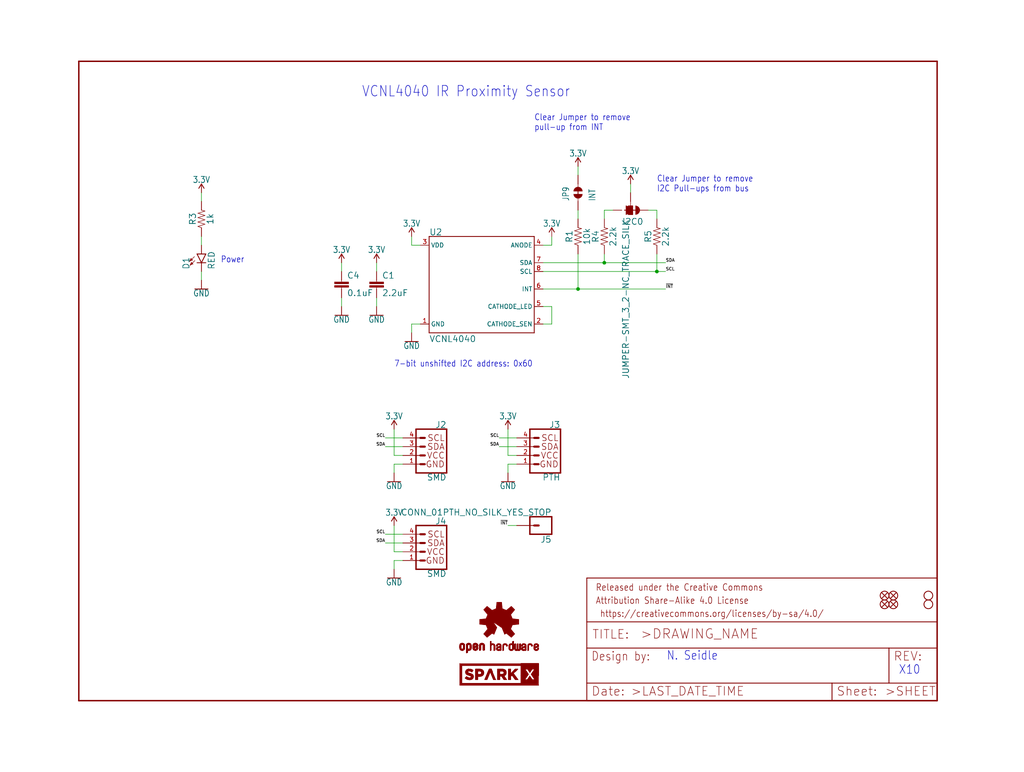
<source format=kicad_sch>
(kicad_sch (version 20211123) (generator eeschema)
  (paper "User" 297.002 223.926)
  (lib_symbols
    (symbol "eagleSchem-eagle-import:0.1UF-0603-25V-(+80{slash}-20%)"
      (property "Reference" "C" (at 1.524 2.921 0))
      (property "Value" "0.1UF-0603-25V-(+80{slash}-20%)" (at 1.524 -2.159 0))
      (symbol "0.1UF-0603-25V-(+80{slash}-20%)_1_0"
        (pin passive line (at 0 5.08 270) (length 2.54) (name "1") (number "1"))
        (pin passive line (at 0 -2.54 90) (length 2.54) (name "2") (number "2"))
      )
    )
    (symbol "eagleSchem-eagle-import:10KOHM-0603-1{slash}10W-1%"
      (property "Reference" "R" (at 0 1.524 0))
      (property "Value" "10KOHM-0603-1{slash}10W-1%" (at 0 -1.524 0))
      (symbol "10KOHM-0603-1{slash}10W-1%_1_0"
        (pin passive line (at -5.08 0 0) (length 2.54) (name "1") (number "1"))
        (pin passive line (at 5.08 0 180) (length 2.54) (name "2") (number "2"))
      )
    )
    (symbol "eagleSchem-eagle-import:1KOHM-0603-1{slash}10W-1%"
      (property "Reference" "R" (at 0 1.524 0))
      (property "Value" "1KOHM-0603-1{slash}10W-1%" (at 0 -1.524 0))
      (symbol "1KOHM-0603-1{slash}10W-1%_1_0"
        (pin passive line (at -5.08 0 0) (length 2.54) (name "1") (number "1"))
        (pin passive line (at 5.08 0 180) (length 2.54) (name "2") (number "2"))
      )
    )
    (symbol "eagleSchem-eagle-import:2.2KOHM-0603-1{slash}10W-1%"
      (property "Reference" "R" (at 0 1.524 0))
      (property "Value" "2.2KOHM-0603-1{slash}10W-1%" (at 0 -1.524 0))
      (symbol "2.2KOHM-0603-1{slash}10W-1%_1_0"
        (pin passive line (at -5.08 0 0) (length 2.54) (name "1") (number "1"))
        (pin passive line (at 5.08 0 180) (length 2.54) (name "2") (number "2"))
      )
    )
    (symbol "eagleSchem-eagle-import:2.2UF-0603-10V-20%"
      (property "Reference" "C" (at 1.524 2.921 0))
      (property "Value" "2.2UF-0603-10V-20%" (at 1.524 -2.159 0))
      (symbol "2.2UF-0603-10V-20%_1_0"
        (pin passive line (at 0 5.08 270) (length 2.54) (name "1") (number "1"))
        (pin passive line (at 0 -2.54 90) (length 2.54) (name "2") (number "2"))
      )
    )
    (symbol "eagleSchem-eagle-import:3.3V" (power)
      (property "Value" "3.3V" (at 0 2.794 0))
      (symbol "3.3V_1_0"
        (pin power_in line (at 0 0 90) (length 2.54) (name "3.3V") (number "1"))
      )
    )
    (symbol "eagleSchem-eagle-import:CONN_01PTH_NO_SILK_YES_STOP"
      (property "Reference" "J" (at -2.54 3.048 0))
      (property "Value" "CONN_01PTH_NO_SILK_YES_STOP" (at -2.54 -4.826 0))
      (symbol "CONN_01PTH_NO_SILK_YES_STOP_1_0"
        (pin passive line (at 7.62 0 180) (length 5.08) (name "1") (number "1"))
      )
    )
    (symbol "eagleSchem-eagle-import:FIDUCIALUFIDUCIAL")
    (symbol "eagleSchem-eagle-import:FRAME-LETTER"
      (symbol "FRAME-LETTER_2_0"
        (text " https://creativecommons.org/licenses/by-sa/4.0/" (at 2.54 24.13 0) (effects (font (size 1.9304 1.6408)) (justify left bottom)))
        (text ">DRAWING_NAME" (at 15.494 17.78 0) (effects (font (size 2.7432 2.7432)) (justify left bottom)))
        (text ">LAST_DATE_TIME" (at 12.7 1.27 0) (effects (font (size 2.54 2.54)) (justify left bottom)))
        (text ">SHEET" (at 86.36 1.27 0) (effects (font (size 2.54 2.54)) (justify left bottom)))
        (text "Attribution Share-Alike 4.0 License" (at 2.54 27.94 0) (effects (font (size 1.9304 1.6408)) (justify left bottom)))
        (text "Date:" (at 1.27 1.27 0) (effects (font (size 2.54 2.54)) (justify left bottom)))
        (text "Design by:" (at 1.27 11.43 0) (effects (font (size 2.54 2.159)) (justify left bottom)))
        (text "Released under the Creative Commons" (at 2.54 31.75 0) (effects (font (size 1.9304 1.6408)) (justify left bottom)))
        (text "REV:" (at 88.9 11.43 0) (effects (font (size 2.54 2.54)) (justify left bottom)))
        (text "Sheet:" (at 72.39 1.27 0) (effects (font (size 2.54 2.54)) (justify left bottom)))
        (text "TITLE:" (at 1.524 17.78 0) (effects (font (size 2.54 2.54)) (justify left bottom)))
      )
    )
    (symbol "eagleSchem-eagle-import:GND" (power)
      (property "Value" "GND" (at 0 -0.254 0))
      (symbol "GND_1_0"
        (pin power_in line (at 0 2.54 270) (length 2.54) (name "GND") (number "1"))
      )
    )
    (symbol "eagleSchem-eagle-import:I2C_STANDARDJS-1MM"
      (property "Reference" "J" (at -5.08 7.874 0))
      (property "Value" "I2C_STANDARDJS-1MM" (at -5.08 -5.334 0))
      (symbol "I2C_STANDARDJS-1MM_1_0"
        (text "GND" (at -4.572 -2.54 0) (effects (font (size 1.778 1.778)) (justify left)))
        (text "SCL" (at -4.572 5.08 0) (effects (font (size 1.778 1.778)) (justify left)))
        (text "SDA" (at -4.572 2.54 0) (effects (font (size 1.778 1.778)) (justify left)))
        (text "VCC" (at -4.572 0 0) (effects (font (size 1.778 1.778)) (justify left)))
        (pin power_in line (at 7.62 -2.54 180) (length 5.08) (name "GND") (number "1"))
        (pin power_in line (at 7.62 0 180) (length 5.08) (name "VCC") (number "2"))
        (pin passive line (at 7.62 2.54 180) (length 5.08) (name "SDA") (number "3"))
        (pin passive line (at 7.62 5.08 180) (length 5.08) (name "SCL") (number "4"))
      )
    )
    (symbol "eagleSchem-eagle-import:I2C_STANDARD_NO_SILK"
      (property "Reference" "J" (at -5.08 7.874 0))
      (property "Value" "I2C_STANDARD_NO_SILK" (at -5.08 -5.334 0))
      (symbol "I2C_STANDARD_NO_SILK_1_0"
        (text "GND" (at -4.572 -2.54 0) (effects (font (size 1.778 1.778)) (justify left)))
        (text "SCL" (at -4.572 5.08 0) (effects (font (size 1.778 1.778)) (justify left)))
        (text "SDA" (at -4.572 2.54 0) (effects (font (size 1.778 1.778)) (justify left)))
        (text "VCC" (at -4.572 0 0) (effects (font (size 1.778 1.778)) (justify left)))
        (pin power_in line (at 7.62 -2.54 180) (length 5.08) (name "GND") (number "1"))
        (pin power_in line (at 7.62 0 180) (length 5.08) (name "VCC") (number "2"))
        (pin passive line (at 7.62 2.54 180) (length 5.08) (name "SDA") (number "3"))
        (pin passive line (at 7.62 5.08 180) (length 5.08) (name "SCL") (number "4"))
      )
    )
    (symbol "eagleSchem-eagle-import:JUMPER-PAD-2-NC_BY_TRACE"
      (property "Reference" "JP" (at -2.54 2.54 0))
      (property "Value" "JUMPER-PAD-2-NC_BY_TRACE" (at -2.54 -5.08 0))
      (symbol "JUMPER-PAD-2-NC_BY_TRACE_1_0"
        (pin passive line (at -5.08 0 0) (length 2.54) (name "1") (number "1"))
        (pin passive line (at 5.08 0 180) (length 2.54) (name "2") (number "2"))
      )
    )
    (symbol "eagleSchem-eagle-import:JUMPER-SMT_3_2-NC_TRACE_SILK"
      (property "Reference" "JP" (at 2.54 0.381 0))
      (property "Value" "JUMPER-SMT_3_2-NC_TRACE_SILK" (at 2.54 -0.381 0))
      (symbol "JUMPER-SMT_3_2-NC_TRACE_SILK_1_0"
        (pin passive line (at 0 5.08 270) (length 2.54) (name "1") (number "1"))
        (pin passive line (at -5.08 0 0) (length 2.54) (name "2") (number "2"))
        (pin passive line (at 0 -5.08 90) (length 2.54) (name "3") (number "3"))
      )
    )
    (symbol "eagleSchem-eagle-import:LED-RED0603"
      (property "Reference" "D" (at -3.429 -4.572 90))
      (property "Value" "LED-RED0603" (at 1.905 -4.572 90))
      (symbol "LED-RED0603_1_0"
        (pin passive line (at 0 2.54 270) (length 2.54) (name "A") (number "A"))
        (pin passive line (at 0 -5.08 90) (length 2.54) (name "C") (number "C"))
      )
    )
    (symbol "eagleSchem-eagle-import:OSHW-LOGOMINI")
    (symbol "eagleSchem-eagle-import:SPARKX-LOGO4")
    (symbol "eagleSchem-eagle-import:STAND-OFF")
    (symbol "eagleSchem-eagle-import:VCNL4040"
      (property "Reference" "U" (at -15.24 12.954 0))
      (property "Value" "VCNL4040" (at -15.24 -18.034 0))
      (symbol "VCNL4040_1_0"
        (pin bidirectional line (at -17.78 -12.7 0) (length 2.54) (name "GND") (number "1"))
        (pin bidirectional line (at 17.78 -12.7 180) (length 2.54) (name "CATHODE_SEN") (number "2"))
        (pin bidirectional line (at -17.78 10.16 0) (length 2.54) (name "VDD") (number "3"))
        (pin bidirectional line (at 17.78 10.16 180) (length 2.54) (name "ANODE") (number "4"))
        (pin bidirectional line (at 17.78 -7.62 180) (length 2.54) (name "CATHODE_LED") (number "5"))
        (pin bidirectional line (at 17.78 -2.54 180) (length 2.54) (name "INT") (number "6"))
        (pin bidirectional line (at 17.78 5.08 180) (length 2.54) (name "SDA") (number "7"))
        (pin bidirectional line (at 17.78 2.54 180) (length 2.54) (name "SCL") (number "8"))
      )
    )
  )
  (junction (at 175.26 76.2))
  (junction (at 167.64 83.82))
  (junction (at 190.5 78.74))
  (wire (pts (xy 190.5 63.5) (xy 190.5 60.96)))
  (wire (pts (xy 160.02 93.98) (xy 157.48 93.98)))
  (wire (pts (xy 182.88 53.34) (xy 182.88 55.88)))
  (wire (pts (xy 116.84 127) (xy 111.76 127)))
  (wire (pts (xy 175.26 76.2) (xy 175.26 73.66)))
  (wire (pts (xy 119.38 68.58) (xy 119.38 71.12)))
  (wire (pts (xy 116.84 129.54) (xy 111.76 129.54)))
  (wire (pts (xy 160.02 71.12) (xy 157.48 71.12)))
  (wire (pts (xy 116.84 132.08) (xy 114.3 132.08)))
  (wire (pts (xy 190.5 78.74) (xy 190.5 73.66)))
  (wire (pts (xy 160.02 68.58) (xy 160.02 71.12)))
  (wire (pts (xy 109.22 86.36) (xy 109.22 88.9)))
  (wire (pts (xy 58.42 71.12) (xy 58.42 68.58)))
  (wire (pts (xy 119.38 93.98) (xy 119.38 96.52)))
  (wire (pts (xy 190.5 60.96) (xy 187.96 60.96)))
  (wire (pts (xy 99.06 78.74) (xy 99.06 76.2)))
  (wire (pts (xy 147.32 132.08) (xy 147.32 124.46)))
  (wire (pts (xy 157.48 88.9) (xy 160.02 88.9)))
  (wire (pts (xy 175.26 76.2) (xy 193.04 76.2)))
  (wire (pts (xy 175.26 63.5) (xy 175.26 60.96)))
  (wire (pts (xy 114.3 162.56) (xy 114.3 165.1)))
  (wire (pts (xy 175.26 60.96) (xy 177.8 60.96)))
  (wire (pts (xy 157.48 83.82) (xy 167.64 83.82)))
  (wire (pts (xy 58.42 58.42) (xy 58.42 55.88)))
  (wire (pts (xy 190.5 78.74) (xy 193.04 78.74)))
  (wire (pts (xy 109.22 78.74) (xy 109.22 76.2)))
  (wire (pts (xy 116.84 162.56) (xy 114.3 162.56)))
  (wire (pts (xy 167.64 60.96) (xy 167.64 63.5)))
  (wire (pts (xy 116.84 134.62) (xy 114.3 134.62)))
  (wire (pts (xy 167.64 50.8) (xy 167.64 48.26)))
  (wire (pts (xy 157.48 78.74) (xy 190.5 78.74)))
  (wire (pts (xy 116.84 160.02) (xy 114.3 160.02)))
  (wire (pts (xy 149.86 127) (xy 144.78 127)))
  (wire (pts (xy 149.86 129.54) (xy 144.78 129.54)))
  (wire (pts (xy 121.92 93.98) (xy 119.38 93.98)))
  (wire (pts (xy 149.86 134.62) (xy 147.32 134.62)))
  (wire (pts (xy 114.3 160.02) (xy 114.3 152.4)))
  (wire (pts (xy 99.06 88.9) (xy 99.06 86.36)))
  (wire (pts (xy 116.84 154.94) (xy 111.76 154.94)))
  (wire (pts (xy 121.92 71.12) (xy 119.38 71.12)))
  (wire (pts (xy 157.48 76.2) (xy 175.26 76.2)))
  (wire (pts (xy 149.86 152.4) (xy 147.32 152.4)))
  (wire (pts (xy 116.84 157.48) (xy 111.76 157.48)))
  (wire (pts (xy 58.42 81.28) (xy 58.42 78.74)))
  (wire (pts (xy 149.86 132.08) (xy 147.32 132.08)))
  (wire (pts (xy 167.64 73.66) (xy 167.64 83.82)))
  (wire (pts (xy 114.3 132.08) (xy 114.3 124.46)))
  (wire (pts (xy 160.02 88.9) (xy 160.02 93.98)))
  (wire (pts (xy 114.3 134.62) (xy 114.3 137.16)))
  (wire (pts (xy 147.32 134.62) (xy 147.32 137.16)))
  (wire (pts (xy 167.64 83.82) (xy 193.04 83.82)))
  (text "X10" (at 260.604 195.834 180) (effects (font (size 2.54 2.159)) (justify left bottom)))
  (text "7-bit unshifted I2C address: 0x60" (at 114.3 106.68 180) (effects (font (size 1.778 1.5113)) (justify left bottom)))
  (text "VCNL4040 IR Proximity Sensor" (at 104.902 28.448 180) (effects (font (size 3.048 2.5908)) (justify left bottom)))
  (text "Clear Jumper to remove\nI2C Pull-ups from bus" (at 190.5 55.88 180) (effects (font (size 1.778 1.5113)) (justify left bottom)))
  (text "Clear Jumper to remove\npull-up from INT" (at 154.94 38.1 180) (effects (font (size 1.778 1.5113)) (justify left bottom)))
  (text "Power" (at 64.008 76.454 180) (effects (font (size 1.778 1.5113)) (justify left bottom)))
  (text "N. Seidle" (at 193.294 191.77 180) (effects (font (size 2.54 2.159)) (justify left bottom)))
  (label "SCL" (at 111.76 154.94 180) (effects (font (size 0.889 0.889))))
  (label "SCL" (at 111.76 127 180) (effects (font (size 0.889 0.889))))
  (label "~{INT}" (at 193.04 83.82 0) (effects (font (size 0.889 0.889))))
  (label "~{INT}" (at 147.32 152.4 180) (effects (font (size 0.889 0.889))))
  (label "SCL" (at 144.78 127 180) (effects (font (size 0.889 0.889))))
  (label "SDA" (at 111.76 157.48 180) (effects (font (size 0.889 0.889))))
  (label "SDA" (at 144.78 129.54 180) (effects (font (size 0.889 0.889))))
  (label "SDA" (at 111.76 129.54 180) (effects (font (size 0.889 0.889))))
  (label "SDA" (at 193.04 76.2 0) (effects (font (size 0.889 0.889))))
  (label "SCL" (at 193.04 78.74 0) (effects (font (size 0.889 0.889))))
  (symbol (lib_id "eagleSchem-eagle-import:STAND-OFF") (at 269.24 172.72 0) (unit 1)
    (property "Reference" "JP3" (effects hide))
    (property "Value" "STAND-OFF" (effects hide))
    (property "Footprint" "eagleSchem:STAND-OFF" (effects hide))
  )
  (symbol (lib_id "eagleSchem-eagle-import:10KOHM-0603-1{slash}10W-1%") (at 167.64 68.58 90) (unit 1)
    (property "Reference" "R1" (at 166.116 68.58 0) (effects (font (size 1.778 1.778)) (justify bottom)))
    (property "Value" "10k" (at 169.164 68.58 0) (effects (font (size 1.778 1.778)) (justify top)))
    (property "Footprint" "eagleSchem:0603" (effects hide))
  )
  (symbol (lib_id "eagleSchem-eagle-import:3.3V") (at 147.32 124.46 0) (unit 1)
    (property "Reference" "#SUPPLY7" (effects hide))
    (property "Value" "3.3V" (at 147.32 121.666 0) (effects (font (size 1.778 1.5113)) (justify bottom)))
    (property "Footprint" "eagleSchem:" (effects hide))
  )
  (symbol (lib_id "eagleSchem-eagle-import:JUMPER-PAD-2-NC_BY_TRACE") (at 167.64 55.88 90) (unit 1)
    (property "Reference" "JP9" (at 165.1 58.42 0) (effects (font (size 1.778 1.5113)) (justify left bottom)))
    (property "Value" "INT" (at 172.72 58.42 0) (effects (font (size 1.778 1.5113)) (justify left bottom)))
    (property "Footprint" "eagleSchem:PAD-JUMPER-2-NC_BY_TRACE_YES_SILK" (effects hide))
  )
  (symbol (lib_id "eagleSchem-eagle-import:OSHW-LOGOMINI") (at 144.78 180.34 0) (unit 1)
    (property "Reference" "LOGO1" (effects hide))
    (property "Value" "OSHW-LOGOMINI" (effects hide))
    (property "Footprint" "eagleSchem:OSHW-LOGO-MINI" (effects hide))
  )
  (symbol (lib_id "eagleSchem-eagle-import:STAND-OFF") (at 269.24 175.26 0) (unit 1)
    (property "Reference" "JP4" (effects hide))
    (property "Value" "STAND-OFF" (effects hide))
    (property "Footprint" "eagleSchem:STAND-OFF" (effects hide))
  )
  (symbol (lib_id "eagleSchem-eagle-import:CONN_01PTH_NO_SILK_YES_STOP") (at 157.48 152.4 180) (unit 1)
    (property "Reference" "J5" (at 160.02 155.448 0) (effects (font (size 1.778 1.778)) (justify left bottom)))
    (property "Value" "CONN_01PTH_NO_SILK_YES_STOP" (at 160.02 147.574 0) (effects (font (size 1.778 1.778)) (justify left bottom)))
    (property "Footprint" "eagleSchem:1X01_NO_SILK" (effects hide))
  )
  (symbol (lib_id "eagleSchem-eagle-import:0.1UF-0603-25V-(+80{slash}-20%)") (at 99.06 83.82 0) (unit 1)
    (property "Reference" "C4" (at 100.584 80.899 0) (effects (font (size 1.778 1.778)) (justify left bottom)))
    (property "Value" "0.1uF" (at 100.584 85.979 0) (effects (font (size 1.778 1.778)) (justify left bottom)))
    (property "Footprint" "eagleSchem:0603" (effects hide))
  )
  (symbol (lib_id "eagleSchem-eagle-import:3.3V") (at 58.42 55.88 0) (unit 1)
    (property "Reference" "#SUPPLY10" (effects hide))
    (property "Value" "3.3V" (at 58.42 53.086 0) (effects (font (size 1.778 1.5113)) (justify bottom)))
    (property "Footprint" "eagleSchem:" (effects hide))
  )
  (symbol (lib_id "eagleSchem-eagle-import:3.3V") (at 119.38 68.58 0) (unit 1)
    (property "Reference" "#SUPPLY5" (effects hide))
    (property "Value" "3.3V" (at 119.38 65.786 0) (effects (font (size 1.778 1.5113)) (justify bottom)))
    (property "Footprint" "eagleSchem:" (effects hide))
  )
  (symbol (lib_id "eagleSchem-eagle-import:3.3V") (at 182.88 53.34 0) (unit 1)
    (property "Reference" "#SUPPLY1" (effects hide))
    (property "Value" "3.3V" (at 182.88 50.546 0) (effects (font (size 1.778 1.5113)) (justify bottom)))
    (property "Footprint" "eagleSchem:" (effects hide))
  )
  (symbol (lib_id "eagleSchem-eagle-import:VCNL4040") (at 139.7 81.28 0) (unit 1)
    (property "Reference" "U2" (at 124.46 68.326 0) (effects (font (size 1.778 1.778)) (justify left bottom)))
    (property "Value" "VCNL4040" (at 124.46 99.314 0) (effects (font (size 1.778 1.778)) (justify left bottom)))
    (property "Footprint" "eagleSchem:VCNL4040" (effects hide))
  )
  (symbol (lib_id "eagleSchem-eagle-import:I2C_STANDARDJS-1MM") (at 124.46 160.02 0) (mirror y) (unit 1)
    (property "Reference" "J4" (at 129.54 152.146 0) (effects (font (size 1.778 1.778)) (justify left bottom)))
    (property "Value" "SMD" (at 129.54 165.354 0) (effects (font (size 1.778 1.778)) (justify left top)))
    (property "Footprint" "eagleSchem:1X04_1MM_RA" (effects hide))
  )
  (symbol (lib_id "eagleSchem-eagle-import:1KOHM-0603-1{slash}10W-1%") (at 58.42 63.5 90) (unit 1)
    (property "Reference" "R3" (at 56.896 63.5 0) (effects (font (size 1.778 1.778)) (justify bottom)))
    (property "Value" "1k" (at 59.944 63.5 0) (effects (font (size 1.778 1.778)) (justify top)))
    (property "Footprint" "eagleSchem:0603" (effects hide))
  )
  (symbol (lib_id "eagleSchem-eagle-import:I2C_STANDARD_NO_SILK") (at 157.48 132.08 0) (mirror y) (unit 1)
    (property "Reference" "J3" (at 162.56 124.206 0) (effects (font (size 1.778 1.778)) (justify left bottom)))
    (property "Value" "PTH" (at 162.56 137.414 0) (effects (font (size 1.778 1.778)) (justify left top)))
    (property "Footprint" "eagleSchem:1X04_NO_SILK" (effects hide))
  )
  (symbol (lib_id "eagleSchem-eagle-import:3.3V") (at 160.02 68.58 0) (unit 1)
    (property "Reference" "#SUPPLY3" (effects hide))
    (property "Value" "3.3V" (at 160.02 65.786 0) (effects (font (size 1.778 1.5113)) (justify bottom)))
    (property "Footprint" "eagleSchem:" (effects hide))
  )
  (symbol (lib_id "eagleSchem-eagle-import:LED-RED0603") (at 58.42 73.66 0) (unit 1)
    (property "Reference" "D1" (at 54.991 78.232 90) (effects (font (size 1.778 1.778)) (justify left bottom)))
    (property "Value" "RED" (at 60.325 78.232 90) (effects (font (size 1.778 1.778)) (justify left top)))
    (property "Footprint" "eagleSchem:LED-0603" (effects hide))
  )
  (symbol (lib_id "eagleSchem-eagle-import:GND") (at 147.32 139.7 0) (unit 1)
    (property "Reference" "#GND7" (effects hide))
    (property "Value" "GND" (at 147.32 139.954 0) (effects (font (size 1.778 1.5113)) (justify top)))
    (property "Footprint" "eagleSchem:" (effects hide))
  )
  (symbol (lib_id "eagleSchem-eagle-import:FIDUCIALUFIDUCIAL") (at 256.54 175.26 0) (unit 1)
    (property "Reference" "JP5" (effects hide))
    (property "Value" "FIDUCIALUFIDUCIAL" (effects hide))
    (property "Footprint" "eagleSchem:MICRO-FIDUCIAL" (effects hide))
  )
  (symbol (lib_id "eagleSchem-eagle-import:GND") (at 114.3 139.7 0) (unit 1)
    (property "Reference" "#GND6" (effects hide))
    (property "Value" "GND" (at 114.3 139.954 0) (effects (font (size 1.778 1.5113)) (justify top)))
    (property "Footprint" "eagleSchem:" (effects hide))
  )
  (symbol (lib_id "eagleSchem-eagle-import:3.3V") (at 167.64 48.26 0) (unit 1)
    (property "Reference" "#SUPPLY2" (effects hide))
    (property "Value" "3.3V" (at 167.64 45.466 0) (effects (font (size 1.778 1.5113)) (justify bottom)))
    (property "Footprint" "eagleSchem:" (effects hide))
  )
  (symbol (lib_id "eagleSchem-eagle-import:SPARKX-LOGO4") (at 144.78 195.58 0) (unit 1)
    (property "Reference" "U$2" (effects hide))
    (property "Value" "SPARKX-LOGO4" (effects hide))
    (property "Footprint" "eagleSchem:SPARKX-MEDIUM" (effects hide))
  )
  (symbol (lib_id "eagleSchem-eagle-import:FIDUCIALUFIDUCIAL") (at 259.08 175.26 0) (unit 1)
    (property "Reference" "JP1" (effects hide))
    (property "Value" "FIDUCIALUFIDUCIAL" (effects hide))
    (property "Footprint" "eagleSchem:MICRO-FIDUCIAL" (effects hide))
  )
  (symbol (lib_id "eagleSchem-eagle-import:GND") (at 119.38 99.06 0) (unit 1)
    (property "Reference" "#GND2" (effects hide))
    (property "Value" "GND" (at 119.38 99.314 0) (effects (font (size 1.778 1.5113)) (justify top)))
    (property "Footprint" "eagleSchem:" (effects hide))
  )
  (symbol (lib_id "eagleSchem-eagle-import:3.3V") (at 99.06 76.2 0) (unit 1)
    (property "Reference" "#SUPPLY9" (effects hide))
    (property "Value" "3.3V" (at 99.06 73.406 0) (effects (font (size 1.778 1.5113)) (justify bottom)))
    (property "Footprint" "eagleSchem:" (effects hide))
  )
  (symbol (lib_id "eagleSchem-eagle-import:GND") (at 99.06 91.44 0) (unit 1)
    (property "Reference" "#GND1" (effects hide))
    (property "Value" "GND" (at 99.06 91.694 0) (effects (font (size 1.778 1.5113)) (justify top)))
    (property "Footprint" "eagleSchem:" (effects hide))
  )
  (symbol (lib_id "eagleSchem-eagle-import:FIDUCIALUFIDUCIAL") (at 259.08 172.72 0) (unit 1)
    (property "Reference" "JP6" (effects hide))
    (property "Value" "FIDUCIALUFIDUCIAL" (effects hide))
    (property "Footprint" "eagleSchem:MICRO-FIDUCIAL" (effects hide))
  )
  (symbol (lib_id "eagleSchem-eagle-import:FRAME-LETTER") (at 22.86 203.2 0) (unit 1)
    (property "Reference" "FRAME1" (effects hide))
    (property "Value" "FRAME-LETTER" (effects hide))
    (property "Footprint" "eagleSchem:CREATIVE_COMMONS" (effects hide))
  )
  (symbol (lib_id "eagleSchem-eagle-import:2.2KOHM-0603-1{slash}10W-1%") (at 190.5 68.58 90) (unit 1)
    (property "Reference" "R5" (at 188.976 68.58 0) (effects (font (size 1.778 1.778)) (justify bottom)))
    (property "Value" "2.2k" (at 192.024 68.58 0) (effects (font (size 1.778 1.778)) (justify top)))
    (property "Footprint" "eagleSchem:0603" (effects hide))
  )
  (symbol (lib_id "eagleSchem-eagle-import:SPARKX-LOGO4") (at 144.78 195.58 0) (unit 1)
    (property "Reference" "U$1" (effects hide))
    (property "Value" "SPARKX-LOGO4" (effects hide))
    (property "Footprint" "eagleSchem:SPARKX-MEDIUM" (effects hide))
  )
  (symbol (lib_id "eagleSchem-eagle-import:GND") (at 114.3 167.64 0) (unit 1)
    (property "Reference" "#GND8" (effects hide))
    (property "Value" "GND" (at 114.3 167.894 0) (effects (font (size 1.778 1.5113)) (justify top)))
    (property "Footprint" "eagleSchem:" (effects hide))
  )
  (symbol (lib_id "eagleSchem-eagle-import:GND") (at 58.42 83.82 0) (unit 1)
    (property "Reference" "#GND3" (effects hide))
    (property "Value" "GND" (at 58.42 84.074 0) (effects (font (size 1.778 1.5113)) (justify top)))
    (property "Footprint" "eagleSchem:" (effects hide))
  )
  (symbol (lib_id "eagleSchem-eagle-import:2.2KOHM-0603-1{slash}10W-1%") (at 175.26 68.58 90) (unit 1)
    (property "Reference" "R4" (at 173.736 68.58 0) (effects (font (size 1.778 1.778)) (justify bottom)))
    (property "Value" "2.2k" (at 176.784 68.58 0) (effects (font (size 1.778 1.778)) (justify top)))
    (property "Footprint" "eagleSchem:0603" (effects hide))
  )
  (symbol (lib_id "eagleSchem-eagle-import:I2C_STANDARDJS-1MM") (at 124.46 132.08 0) (mirror y) (unit 1)
    (property "Reference" "J2" (at 129.54 124.206 0) (effects (font (size 1.778 1.778)) (justify left bottom)))
    (property "Value" "SMD" (at 129.54 137.414 0) (effects (font (size 1.778 1.778)) (justify left top)))
    (property "Footprint" "eagleSchem:1X04_1MM_RA" (effects hide))
  )
  (symbol (lib_id "eagleSchem-eagle-import:FRAME-LETTER") (at 170.18 203.2 0) (unit 2)
    (property "Reference" "FRAME1" (effects hide))
    (property "Value" "FRAME-LETTER" (effects hide))
    (property "Footprint" "eagleSchem:CREATIVE_COMMONS" (effects hide))
  )
  (symbol (lib_id "eagleSchem-eagle-import:2.2UF-0603-10V-20%") (at 109.22 83.82 0) (unit 1)
    (property "Reference" "C1" (at 110.744 80.899 0) (effects (font (size 1.778 1.778)) (justify left bottom)))
    (property "Value" "2.2uF" (at 110.744 85.979 0) (effects (font (size 1.778 1.778)) (justify left bottom)))
    (property "Footprint" "eagleSchem:0603" (effects hide))
  )
  (symbol (lib_id "eagleSchem-eagle-import:3.3V") (at 114.3 152.4 0) (unit 1)
    (property "Reference" "#SUPPLY8" (effects hide))
    (property "Value" "3.3V" (at 114.3 149.606 0) (effects (font (size 1.778 1.5113)) (justify bottom)))
    (property "Footprint" "eagleSchem:" (effects hide))
  )
  (symbol (lib_id "eagleSchem-eagle-import:3.3V") (at 114.3 124.46 0) (unit 1)
    (property "Reference" "#SUPPLY4" (effects hide))
    (property "Value" "3.3V" (at 114.3 121.666 0) (effects (font (size 1.778 1.5113)) (justify bottom)))
    (property "Footprint" "eagleSchem:" (effects hide))
  )
  (symbol (lib_id "eagleSchem-eagle-import:JUMPER-SMT_3_2-NC_TRACE_SILK") (at 182.88 60.96 270) (unit 1)
    (property "Reference" "I2C0" (at 180.34 65.278 90) (effects (font (size 1.778 1.778)) (justify left bottom)))
    (property "Value" "JUMPER-SMT_3_2-NC_TRACE_SILK" (at 182.499 63.5 0) (effects (font (size 1.778 1.778)) (justify left top)))
    (property "Footprint" "eagleSchem:SMT-JUMPER_3_2-NC_TRACE_SILK" (effects hide))
  )
  (symbol (lib_id "eagleSchem-eagle-import:GND") (at 109.22 91.44 0) (unit 1)
    (property "Reference" "#GND4" (effects hide))
    (property "Value" "GND" (at 109.22 91.694 0) (effects (font (size 1.778 1.5113)) (justify top)))
    (property "Footprint" "eagleSchem:" (effects hide))
  )
  (symbol (lib_id "eagleSchem-eagle-import:3.3V") (at 109.22 76.2 0) (unit 1)
    (property "Reference" "#SUPPLY6" (effects hide))
    (property "Value" "3.3V" (at 109.22 73.406 0) (effects (font (size 1.778 1.5113)) (justify bottom)))
    (property "Footprint" "eagleSchem:" (effects hide))
  )
  (symbol (lib_id "eagleSchem-eagle-import:FIDUCIALUFIDUCIAL") (at 256.54 172.72 0) (unit 1)
    (property "Reference" "JP2" (effects hide))
    (property "Value" "FIDUCIALUFIDUCIAL" (effects hide))
    (property "Footprint" "eagleSchem:MICRO-FIDUCIAL" (effects hide))
  )
)
</source>
